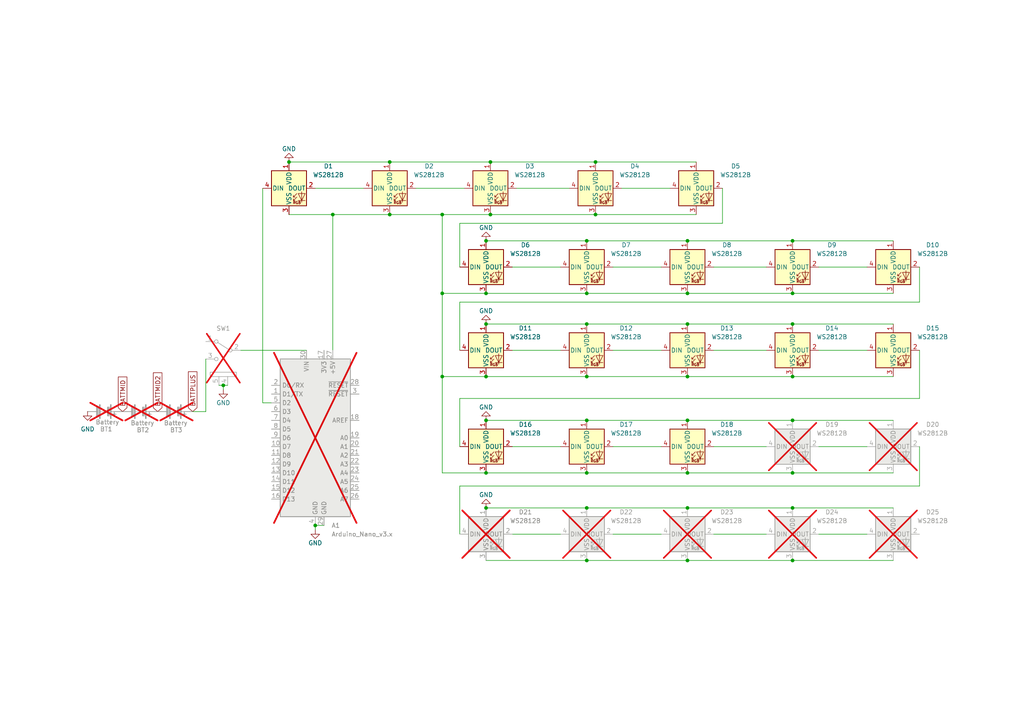
<source format=kicad_sch>
(kicad_sch (version 20250114) (generator "eeschema") (generator_version "9.0")
  (paper "A4")
  (lib_symbols
    (symbol "LED:WS2812B" (pin_names (offset 0.254))
      (property "Reference" "D" (at 5.08 5.715 0))
      (property "Value" "WS2812B" (at 1.27 -5.715 0))
      (symbol "WS2812B_0_0"
        (text "RGB" (at 2.286 -4.191 0) (effects (font (size 0.762 0.762))))
      )
      (symbol "WS2812B_0_1"
        (polyline (pts (xy 1.27 -2.54) (xy 1.778 -2.54)))
        (polyline (pts (xy 1.27 -3.556) (xy 1.778 -3.556)))
        (polyline (pts (xy 2.286 -1.524) (xy 1.27 -2.54) (xy 1.27 -2.032)))
        (polyline (pts (xy 2.286 -2.54) (xy 1.27 -3.556) (xy 1.27 -3.048)))
        (polyline (pts (xy 3.683 -1.016) (xy 3.683 -3.556) (xy 3.683 -4.064)))
        (polyline (pts (xy 4.699 -1.524) (xy 2.667 -1.524) (xy 3.683 -3.556) (xy 4.699 -1.524)))
        (polyline (pts (xy 4.699 -3.556) (xy 2.667 -3.556)))
        (rectangle (start 5.08 5.08) (end -5.08 -5.08) (stroke (width 0.254)) (fill (type background)))
      )
      (symbol "WS2812B_1_1"
        (pin input line (at -7.62 0 0) (length 2.54) (name "DIN") (number "4"))
        (pin power_in line (at 0 7.62 270) (length 2.54) (name "VDD") (number "1"))
        (pin power_in line (at 0 -7.62 90) (length 2.54) (name "VSS") (number "3"))
        (pin output line (at 7.62 0 180) (length 2.54) (name "DOUT") (number "2"))
      )
    )
    (symbol "MCU_Module:Arduino_Nano_v3.x"
      (property "Reference" "A" (at -10.16 23.495 0))
      (property "Value" "Arduino_Nano_v3.x" (at 5.08 -24.13 0))
      (symbol "Arduino_Nano_v3.x_0_1"
        (rectangle (start -10.16 22.86) (end 10.16 -22.86) (stroke (width 0.254)) (fill (type background)))
      )
      (symbol "Arduino_Nano_v3.x_1_1"
        (pin bidirectional line (at -12.7 15.24 0) (length 2.54) (name "D0/RX") (number "2"))
        (pin bidirectional line (at -12.7 12.7 0) (length 2.54) (name "D1/TX") (number "1"))
        (pin bidirectional line (at -12.7 10.16 0) (length 2.54) (name "D2") (number "5"))
        (pin bidirectional line (at -12.7 7.62 0) (length 2.54) (name "D3") (number "6"))
        (pin bidirectional line (at -12.7 5.08 0) (length 2.54) (name "D4") (number "7"))
        (pin bidirectional line (at -12.7 2.54 0) (length 2.54) (name "D5") (number "8"))
        (pin bidirectional line (at -12.7 0 0) (length 2.54) (name "D6") (number "9"))
        (pin bidirectional line (at -12.7 -2.54 0) (length 2.54) (name "D7") (number "10"))
        (pin bidirectional line (at -12.7 -5.08 0) (length 2.54) (name "D8") (number "11"))
        (pin bidirectional line (at -12.7 -7.62 0) (length 2.54) (name "D9") (number "12"))
        (pin bidirectional line (at -12.7 -10.16 0) (length 2.54) (name "D10") (number "13"))
        (pin bidirectional line (at -12.7 -12.7 0) (length 2.54) (name "D11") (number "14"))
        (pin bidirectional line (at -12.7 -15.24 0) (length 2.54) (name "D12") (number "15"))
        (pin bidirectional line (at -12.7 -17.78 0) (length 2.54) (name "D13") (number "16"))
        (pin power_in line (at -2.54 25.4 270) (length 2.54) (name "VIN") (number "30"))
        (pin power_in line (at 0 -25.4 90) (length 2.54) (name "GND") (number "4"))
        (pin power_out line (at 2.54 25.4 270) (length 2.54) (name "3V3") (number "17"))
        (pin power_in line (at 2.54 -25.4 90) (length 2.54) (name "GND") (number "29"))
        (pin power_out line (at 5.08 25.4 270) (length 2.54) (name "+5V") (number "27"))
        (pin input line (at 12.7 15.24 180) (length 2.54) (name "~{RESET}") (number "28"))
        (pin input line (at 12.7 12.7 180) (length 2.54) (name "~{RESET}") (number "3"))
        (pin input line (at 12.7 5.08 180) (length 2.54) (name "AREF") (number "18"))
        (pin bidirectional line (at 12.7 0 180) (length 2.54) (name "A0") (number "19"))
        (pin bidirectional line (at 12.7 -2.54 180) (length 2.54) (name "A1") (number "20"))
        (pin bidirectional line (at 12.7 -5.08 180) (length 2.54) (name "A2") (number "21"))
        (pin bidirectional line (at 12.7 -7.62 180) (length 2.54) (name "A3") (number "22"))
        (pin bidirectional line (at 12.7 -10.16 180) (length 2.54) (name "A4") (number "23"))
        (pin bidirectional line (at 12.7 -12.7 180) (length 2.54) (name "A5") (number "24"))
        (pin bidirectional line (at 12.7 -15.24 180) (length 2.54) (name "A6") (number "25"))
        (pin bidirectional line (at 12.7 -17.78 180) (length 2.54) (name "A7") (number "26"))
      )
    )
    (symbol "Swadge_Parts:Battery" (pin_numbers (hide yes)) (pin_names (offset 0) (hide yes))
      (property "Reference" "BT" (at 2.54 2.54 0))
      (property "Value" "Battery" (at 2.54 0 0))
      (symbol "Battery_0_1"
        (rectangle (start -2.032 1.778) (end 2.032 1.524) (fill (type outline)))
        (rectangle (start -2.032 -1.397) (end 2.032 -1.651) (fill (type outline)))
        (rectangle (start -1.3208 1.1938) (end 1.27 0.6858) (fill (type outline)))
        (rectangle (start -1.3208 -1.9812) (end 1.27 -2.4892) (fill (type outline)))
        (polyline (pts (xy 0 1.778) (xy 0 2.54)))
        (polyline (pts (xy 0 0.508) (xy 0 0.762)))
        (polyline (pts (xy 0 0) (xy 0 0.254)))
        (polyline (pts (xy 0 -0.508) (xy 0 -0.254)))
        (polyline (pts (xy 0 -1.016) (xy 0 -0.762)))
        (polyline (pts (xy 0 -1.524) (xy 0 -1.27)))
        (polyline (pts (xy 0.254 2.667) (xy 1.27 2.667)) (stroke (width 0.254)))
        (polyline (pts (xy 0.762 3.175) (xy 0.762 2.159)) (stroke (width 0.254)))
      )
      (symbol "Battery_1_1"
        (pin passive line (at 0 5.08 270) (length 2.54) (name "+") (number "1"))
        (pin passive line (at 0 -5.08 90) (length 2.54) (name "-") (number "2"))
      )
    )
    (symbol "Swadge_Parts:GND" (power) (pin_names (offset 0))
      (property "Value" "GND" (at 0 -3.81 0))
      (symbol "GND_0_1"
        (polyline (pts (xy 0 0) (xy 0 -1.27) (xy 1.27 -1.27) (xy 0 -2.54) (xy -1.27 -1.27) (xy 0 -1.27)))
      )
      (symbol "GND_1_1"
        (pin power_in line (at 0 0 270) (length 0) (hide yes) (name "GND") (number "1"))
      )
    )
    (symbol "Swadge_Parts:SW_SPDT_1825232-1" (pin_names (offset 0) (hide yes))
      (property "Reference" "SW" (at 0 6.35 0))
      (property "Value" "SW_SPDT_1825232-1" (at 0 3.81 0))
      (symbol "SW_SPDT_1825232-1_0_0"
        (circle (center -2.032 0) (radius 0.508))
        (circle (center 2.032 -2.54) (radius 0.508))
      )
      (symbol "SW_SPDT_1825232-1_0_1"
        (rectangle (start -3.81 -7.62) (end 3.81 -6.35))
        (polyline (pts (xy -1.524 0.254) (xy 1.651 2.286)))
        (circle (center 2.032 2.54) (radius 0.508))
      )
      (symbol "SW_SPDT_1825232-1_1_1"
        (pin passive line (at -5.08 0 0) (length 2.54) (name "B") (number "2"))
        (pin input line (at -1.27 -10.16 90) (length 2.54) (name "D") (number "4"))
        (pin input line (at 1.27 -10.16 90) (length 2.54) (name "E") (number "5"))
        (pin passive line (at 5.08 2.54 180) (length 2.54) (name "A") (number "1"))
        (pin passive line (at 5.08 -2.54 180) (length 2.54) (name "C") (number "3"))
      )
    )
    (symbol "power:GND" (power) (pin_numbers (hide yes)) (pin_names (offset 0) (hide yes))
      (property "Value" "GND" (at 0 -3.81 0))
      (symbol "GND_0_1"
        (polyline (pts (xy 0 0) (xy 0 -1.27) (xy 1.27 -1.27) (xy 0 -2.54) (xy -1.27 -1.27) (xy 0 -1.27)))
      )
      (symbol "GND_1_1"
        (pin power_in line (at 0 0 270) (length 0) (name "~") (number "1"))
      )
    )
  )
  (junction (at 140.97 69.85))
  (junction (at 172.72 62.23))
  (junction (at 128.27 109.22))
  (junction (at 229.87 147.32))
  (junction (at 199.39 137.16))
  (junction (at 140.97 109.22))
  (junction (at 172.72 46.99))
  (junction (at 140.97 121.92))
  (junction (at 170.18 162.56))
  (junction (at 229.87 109.22))
  (junction (at 199.39 121.92))
  (junction (at 229.87 69.85))
  (junction (at 229.87 121.92))
  (junction (at 91.44 152.4))
  (junction (at 140.97 147.32))
  (junction (at 128.27 62.23))
  (junction (at 229.87 85.09))
  (junction (at 199.39 93.98))
  (junction (at 128.27 85.09))
  (junction (at 83.82 46.99))
  (junction (at 142.24 46.99))
  (junction (at 229.87 137.16))
  (junction (at 170.18 109.22))
  (junction (at 113.03 62.23))
  (junction (at 170.18 147.32))
  (junction (at 199.39 85.09))
  (junction (at 170.18 93.98))
  (junction (at 170.18 69.85))
  (junction (at 140.97 85.09))
  (junction (at 113.03 46.99))
  (junction (at 142.24 62.23))
  (junction (at 229.87 93.98))
  (junction (at 170.18 137.16))
  (junction (at 64.77 111.76))
  (junction (at 199.39 162.56))
  (junction (at 199.39 147.32))
  (junction (at 199.39 69.85))
  (junction (at 170.18 121.92))
  (junction (at 170.18 85.09))
  (junction (at 140.97 93.98))
  (junction (at 96.52 62.23))
  (junction (at 140.97 137.16))
  (junction (at 229.87 162.56))
  (junction (at 199.39 109.22))
  (wire (pts (xy 199.39 109.22) (xy 229.87 109.22)))
  (wire (pts (xy 64.77 111.76) (xy 64.77 113.03)))
  (wire (pts (xy 170.18 147.32) (xy 199.39 147.32)))
  (wire (pts (xy 199.39 162.56) (xy 229.87 162.56)))
  (wire (pts (xy 96.52 62.23) (xy 113.03 62.23)))
  (wire (pts (xy 140.97 147.32) (xy 170.18 147.32)))
  (wire (pts (xy 133.35 64.77) (xy 133.35 77.47)))
  (wire (pts (xy 128.27 62.23) (xy 142.24 62.23)))
  (wire (pts (xy 140.97 121.92) (xy 170.18 121.92)))
  (wire (pts (xy 229.87 121.92) (xy 259.08 121.92)))
  (wire (pts (xy 170.18 109.22) (xy 199.39 109.22)))
  (wire (pts (xy 170.18 69.85) (xy 199.39 69.85)))
  (wire (pts (xy 59.69 119.38) (xy 55.88 119.38)))
  (wire (pts (xy 133.35 87.63) (xy 133.35 101.6)))
  (wire (pts (xy 76.2 116.84) (xy 78.74 116.84)))
  (wire (pts (xy 140.97 85.09) (xy 170.18 85.09)))
  (wire (pts (xy 170.18 121.92) (xy 199.39 121.92)))
  (wire (pts (xy 96.52 62.23) (xy 83.82 62.23)))
  (wire (pts (xy 199.39 137.16) (xy 229.87 137.16)))
  (wire (pts (xy 266.7 140.97) (xy 133.35 140.97)))
  (wire (pts (xy 128.27 137.16) (xy 140.97 137.16)))
  (wire (pts (xy 207.01 77.47) (xy 222.25 77.47)))
  (wire (pts (xy 177.8 154.94) (xy 191.77 154.94)))
  (wire (pts (xy 113.03 46.99) (xy 142.24 46.99)))
  (wire (pts (xy 148.59 101.6) (xy 162.56 101.6)))
  (wire (pts (xy 140.97 109.22) (xy 128.27 109.22)))
  (wire (pts (xy 149.86 54.61) (xy 165.1 54.61)))
  (wire (pts (xy 199.39 69.85) (xy 229.87 69.85)))
  (wire (pts (xy 63.5 111.76) (xy 64.77 111.76)))
  (wire (pts (xy 229.87 93.98) (xy 259.08 93.98)))
  (wire (pts (xy 148.59 154.94) (xy 162.56 154.94)))
  (wire (pts (xy 229.87 85.09) (xy 259.08 85.09)))
  (wire (pts (xy 177.8 77.47) (xy 191.77 77.47)))
  (wire (pts (xy 128.27 85.09) (xy 140.97 85.09)))
  (wire (pts (xy 237.49 154.94) (xy 251.46 154.94)))
  (wire (pts (xy 128.27 109.22) (xy 128.27 137.16)))
  (wire (pts (xy 172.72 62.23) (xy 201.93 62.23)))
  (wire (pts (xy 83.82 46.99) (xy 113.03 46.99)))
  (wire (pts (xy 59.69 104.14) (xy 59.69 119.38)))
  (wire (pts (xy 199.39 147.32) (xy 229.87 147.32)))
  (wire (pts (xy 237.49 77.47) (xy 251.46 77.47)))
  (wire (pts (xy 128.27 85.09) (xy 128.27 62.23)))
  (wire (pts (xy 140.97 162.56) (xy 170.18 162.56)))
  (wire (pts (xy 64.77 111.76) (xy 66.04 111.76)))
  (wire (pts (xy 229.87 147.32) (xy 259.08 147.32)))
  (wire (pts (xy 170.18 162.56) (xy 199.39 162.56)))
  (wire (pts (xy 266.7 101.6) (xy 266.7 115.57)))
  (wire (pts (xy 133.35 115.57) (xy 133.35 129.54)))
  (wire (pts (xy 229.87 137.16) (xy 259.08 137.16)))
  (wire (pts (xy 120.65 54.61) (xy 134.62 54.61)))
  (wire (pts (xy 170.18 93.98) (xy 199.39 93.98)))
  (wire (pts (xy 266.7 77.47) (xy 266.7 87.63)))
  (wire (pts (xy 91.44 152.4) (xy 91.44 153.67)))
  (wire (pts (xy 207.01 154.94) (xy 222.25 154.94)))
  (wire (pts (xy 140.97 109.22) (xy 170.18 109.22)))
  (wire (pts (xy 177.8 129.54) (xy 191.77 129.54)))
  (wire (pts (xy 237.49 101.6) (xy 251.46 101.6)))
  (wire (pts (xy 229.87 162.56) (xy 259.08 162.56)))
  (wire (pts (xy 266.7 87.63) (xy 133.35 87.63)))
  (wire (pts (xy 199.39 121.92) (xy 229.87 121.92)))
  (wire (pts (xy 266.7 115.57) (xy 133.35 115.57)))
  (wire (pts (xy 199.39 93.98) (xy 229.87 93.98)))
  (wire (pts (xy 229.87 109.22) (xy 259.08 109.22)))
  (wire (pts (xy 209.55 54.61) (xy 209.55 64.77)))
  (wire (pts (xy 266.7 129.54) (xy 266.7 140.97)))
  (wire (pts (xy 91.44 54.61) (xy 105.41 54.61)))
  (wire (pts (xy 170.18 85.09) (xy 199.39 85.09)))
  (wire (pts (xy 237.49 129.54) (xy 251.46 129.54)))
  (wire (pts (xy 142.24 46.99) (xy 172.72 46.99)))
  (wire (pts (xy 180.34 54.61) (xy 194.31 54.61)))
  (wire (pts (xy 113.03 62.23) (xy 128.27 62.23)))
  (wire (pts (xy 207.01 101.6) (xy 222.25 101.6)))
  (wire (pts (xy 209.55 64.77) (xy 133.35 64.77)))
  (wire (pts (xy 229.87 69.85) (xy 259.08 69.85)))
  (wire (pts (xy 172.72 46.99) (xy 201.93 46.99)))
  (wire (pts (xy 140.97 137.16) (xy 170.18 137.16)))
  (wire (pts (xy 69.85 101.6) (xy 88.9 101.6)))
  (wire (pts (xy 133.35 140.97) (xy 133.35 154.94)))
  (wire (pts (xy 96.52 101.6) (xy 96.52 62.23)))
  (wire (pts (xy 128.27 109.22) (xy 128.27 85.09)))
  (wire (pts (xy 199.39 85.09) (xy 229.87 85.09)))
  (wire (pts (xy 148.59 77.47) (xy 162.56 77.47)))
  (wire (pts (xy 170.18 137.16) (xy 199.39 137.16)))
  (wire (pts (xy 142.24 62.23) (xy 172.72 62.23)))
  (wire (pts (xy 177.8 101.6) (xy 191.77 101.6)))
  (wire (pts (xy 207.01 129.54) (xy 222.25 129.54)))
  (wire (pts (xy 91.44 152.4) (xy 93.98 152.4)))
  (wire (pts (xy 148.59 129.54) (xy 162.56 129.54)))
  (wire (pts (xy 76.2 54.61) (xy 76.2 116.84)))
  (wire (pts (xy 140.97 93.98) (xy 170.18 93.98)))
  (wire (pts (xy 140.97 69.85) (xy 170.18 69.85)))
  (global_label "BATTMID2" (shape input) (at 45.72 119.38 90) (property "Intersheetrefs" "${INTERSHEET_REFS}" (effects (hide yes))))
  (global_label "BATTMID" (shape input) (at 35.56 119.38 90) (property "Intersheetrefs" "${INTERSHEET_REFS}" (effects (hide yes))))
  (global_label "BATTPLUS" (shape input) (at 55.88 119.38 90) (property "Intersheetrefs" "${INTERSHEET_REFS}" (effects (hide yes))))
  (symbol (lib_id "LED:WS2812B") (at 199.39 77.47 0) (unit 1)
    (property "Reference" "D8" (at 210.82 71.0498 0))
    (property "Value" "WS2812B" (at 210.82 73.5898 0))
    (property "Footprint" "LED_SMD:LED_WS2812B_PLCC4_5.0x5.0mm_P3.2mm" (effects (hide yes)))
    (property "Datasheet" "https://cdn-shop.adafruit.com/datasheets/WS2812B.pdf" (effects (hide yes)))
    (property "Description" "RGB LED with integrated controller" (effects (hide yes)))
  )
  (symbol (lib_id "power:GND") (at 25.4 119.38 0) (unit 1)
    (property "Reference" "#PWR01" (effects (hide yes)))
    (property "Value" "GND" (at 25.4 124.46 0))
    (property "Description" "Power symbol creates a global label with name \"GND\" , ground" (effects (hide yes)))
  )
  (symbol (lib_id "LED:WS2812B") (at 259.08 154.94 0) (unit 1) (in_bom no) (dnp yes)
    (property "Reference" "D25" (at 270.51 148.5198 0))
    (property "Value" "WS2812B" (at 270.51 151.0598 0))
    (property "Footprint" "LED_SMD:LED_WS2812B_PLCC4_5.0x5.0mm_P3.2mm" (effects (hide yes)))
    (property "Datasheet" "https://cdn-shop.adafruit.com/datasheets/WS2812B.pdf" (effects (hide yes)))
    (property "Description" "RGB LED with integrated controller" (effects (hide yes)))
  )
  (symbol (lib_id "LED:WS2812B") (at 229.87 154.94 0) (unit 1) (in_bom no) (dnp yes)
    (property "Reference" "D24" (at 241.3 148.5198 0))
    (property "Value" "WS2812B" (at 241.3 151.0598 0))
    (property "Footprint" "LED_SMD:LED_WS2812B_PLCC4_5.0x5.0mm_P3.2mm" (effects (hide yes)))
    (property "Datasheet" "https://cdn-shop.adafruit.com/datasheets/WS2812B.pdf" (effects (hide yes)))
    (property "Description" "RGB LED with integrated controller" (effects (hide yes)))
  )
  (symbol (lib_id "LED:WS2812B") (at 140.97 101.6 0) (unit 1)
    (property "Reference" "D11" (at 152.4 95.1798 0))
    (property "Value" "WS2812B" (at 152.4 97.7198 0))
    (property "Footprint" "LED_SMD:LED_WS2812B_PLCC4_5.0x5.0mm_P3.2mm" (effects (hide yes)))
    (property "Datasheet" "https://cdn-shop.adafruit.com/datasheets/WS2812B.pdf" (effects (hide yes)))
    (property "Description" "RGB LED with integrated controller" (effects (hide yes)))
  )
  (symbol (lib_id "LED:WS2812B") (at 113.03 54.61 0) (unit 1)
    (property "Reference" "D2" (at 124.46 48.1898 0))
    (property "Value" "WS2812B" (at 124.46 50.7298 0))
    (property "Footprint" "LED_SMD:LED_WS2812B_PLCC4_5.0x5.0mm_P3.2mm" (effects (hide yes)))
    (property "Datasheet" "https://cdn-shop.adafruit.com/datasheets/WS2812B.pdf" (effects (hide yes)))
    (property "Description" "RGB LED with integrated controller" (effects (hide yes)))
  )
  (symbol (lib_id "LED:WS2812B") (at 140.97 154.94 0) (unit 1) (in_bom no) (dnp yes)
    (property "Reference" "D21" (at 152.4 148.5198 0))
    (property "Value" "WS2812B" (at 152.4 151.0598 0))
    (property "Footprint" "LED_SMD:LED_WS2812B_PLCC4_5.0x5.0mm_P3.2mm" (effects (hide yes)))
    (property "Datasheet" "https://cdn-shop.adafruit.com/datasheets/WS2812B.pdf" (effects (hide yes)))
    (property "Description" "RGB LED with integrated controller" (effects (hide yes)))
  )
  (symbol (lib_id "LED:WS2812B") (at 199.39 101.6 0) (unit 1)
    (property "Reference" "D13" (at 210.82 95.1798 0))
    (property "Value" "WS2812B" (at 210.82 97.7198 0))
    (property "Footprint" "LED_SMD:LED_WS2812B_PLCC4_5.0x5.0mm_P3.2mm" (effects (hide yes)))
    (property "Datasheet" "https://cdn-shop.adafruit.com/datasheets/WS2812B.pdf" (effects (hide yes)))
    (property "Description" "RGB LED with integrated controller" (effects (hide yes)))
  )
  (symbol (lib_id "LED:WS2812B") (at 170.18 129.54 0) (unit 1)
    (property "Reference" "D17" (at 181.61 123.1198 0))
    (property "Value" "WS2812B" (at 181.61 125.6598 0))
    (property "Footprint" "LED_SMD:LED_WS2812B_PLCC4_5.0x5.0mm_P3.2mm" (effects (hide yes)))
    (property "Datasheet" "https://cdn-shop.adafruit.com/datasheets/WS2812B.pdf" (effects (hide yes)))
    (property "Description" "RGB LED with integrated controller" (effects (hide yes)))
  )
  (symbol (lib_id "Swadge_Parts:GND") (at 140.97 121.92 180) (unit 1)
    (property "Reference" "#PWR034" (effects (hide yes)))
    (property "Value" "GND" (at 140.97 118.11 0))
    (property "Description" "Power symbol creates a global label with name \"GND\" , ground" (effects (hide yes)))
  )
  (symbol (lib_id "Swadge_Parts:Battery") (at 50.8 119.38 270) (unit 1) (in_bom no) (on_board no) (dnp yes)
    (property "Reference" "BT3" (at 49.276 124.714 90) (effects (justify left)))
    (property "Value" "Battery" (at 47.498 122.682 90) (effects (justify left)))
    (property "Footprint" "Swadge_Parts:2460" (effects (hide yes)))
    (property "Datasheet" "https://www.keyelco.com/userAssets/file/M65p28.pdf" (effects (hide yes)))
    (property "Description" "BATT HOLDER AA 1 CELL PC PIN" (effects (hide yes)))
    (property "Digikey" "36-2460-ND" (effects (hide yes)))
    (property "Cost100" "116" (effects (hide yes)))
    (property "Substitutable" "Y" (effects (hide yes)))
    (property "Notes" "Use through-hole AA Battery Holder in Style of Keystone 2460. Two fins hold batteries, not four fins." (effects (hide yes)))
    (property "Cost @ 2.5k" "0.11" (effects (hide yes)))
  )
  (symbol (lib_id "LED:WS2812B") (at 172.72 54.61 0) (unit 1)
    (property "Reference" "D4" (at 184.15 48.1898 0))
    (property "Value" "WS2812B" (at 184.15 50.7298 0))
    (property "Footprint" "LED_SMD:LED_WS2812B_PLCC4_5.0x5.0mm_P3.2mm" (effects (hide yes)))
    (property "Datasheet" "https://cdn-shop.adafruit.com/datasheets/WS2812B.pdf" (effects (hide yes)))
    (property "Description" "RGB LED with integrated controller" (effects (hide yes)))
  )
  (symbol (lib_id "LED:WS2812B") (at 201.93 54.61 0) (unit 1)
    (property "Reference" "D5" (at 213.36 48.1898 0))
    (property "Value" "WS2812B" (at 213.36 50.7298 0))
    (property "Footprint" "LED_SMD:LED_WS2812B_PLCC4_5.0x5.0mm_P3.2mm" (effects (hide yes)))
    (property "Datasheet" "https://cdn-shop.adafruit.com/datasheets/WS2812B.pdf" (effects (hide yes)))
    (property "Description" "RGB LED with integrated controller" (effects (hide yes)))
  )
  (symbol (lib_id "LED:WS2812B") (at 170.18 154.94 0) (unit 1) (in_bom no) (dnp yes)
    (property "Reference" "D22" (at 181.61 148.5198 0))
    (property "Value" "WS2812B" (at 181.61 151.0598 0))
    (property "Footprint" "LED_SMD:LED_WS2812B_PLCC4_5.0x5.0mm_P3.2mm" (effects (hide yes)))
    (property "Datasheet" "https://cdn-shop.adafruit.com/datasheets/WS2812B.pdf" (effects (hide yes)))
    (property "Description" "RGB LED with integrated controller" (effects (hide yes)))
  )
  (symbol (lib_id "Swadge_Parts:GND") (at 91.44 153.67 0) (unit 1)
    (property "Reference" "#PWR036" (effects (hide yes)))
    (property "Value" "GND" (at 91.44 157.48 0))
    (property "Description" "Power symbol creates a global label with name \"GND\" , ground" (effects (hide yes)))
  )
  (symbol (lib_id "LED:WS2812B") (at 199.39 154.94 0) (unit 1) (in_bom no) (dnp yes)
    (property "Reference" "D23" (at 210.82 148.5198 0))
    (property "Value" "WS2812B" (at 210.82 151.0598 0))
    (property "Footprint" "LED_SMD:LED_WS2812B_PLCC4_5.0x5.0mm_P3.2mm" (effects (hide yes)))
    (property "Datasheet" "https://cdn-shop.adafruit.com/datasheets/WS2812B.pdf" (effects (hide yes)))
    (property "Description" "RGB LED with integrated controller" (effects (hide yes)))
  )
  (symbol (lib_id "LED:WS2812B") (at 259.08 77.47 0) (unit 1)
    (property "Reference" "D10" (at 270.51 71.0498 0))
    (property "Value" "WS2812B" (at 270.51 73.5898 0))
    (property "Footprint" "LED_SMD:LED_WS2812B_PLCC4_5.0x5.0mm_P3.2mm" (effects (hide yes)))
    (property "Datasheet" "https://cdn-shop.adafruit.com/datasheets/WS2812B.pdf" (effects (hide yes)))
    (property "Description" "RGB LED with integrated controller" (effects (hide yes)))
  )
  (symbol (lib_id "Swadge_Parts:GND") (at 64.77 113.03 0) (unit 1)
    (property "Reference" "#PWR030" (effects (hide yes)))
    (property "Value" "GND" (at 64.77 116.84 0))
    (property "Description" "Power symbol creates a global label with name \"GND\" , ground" (effects (hide yes)))
  )
  (symbol (lib_id "Swadge_Parts:Battery") (at 30.48 119.38 270) (unit 1) (in_bom no) (on_board no) (dnp yes)
    (property "Reference" "BT1" (at 28.956 124.46 90) (effects (justify left)))
    (property "Value" "Battery" (at 27.686 122.428 90) (effects (justify left)))
    (property "Footprint" "Swadge_Parts:2460" (effects (hide yes)))
    (property "Datasheet" "https://www.keyelco.com/userAssets/file/M65p28.pdf" (effects (hide yes)))
    (property "Description" "BATT HOLDER AA 1 CELL PC PIN" (effects (hide yes)))
    (property "Digikey" "36-2460-ND" (effects (hide yes)))
    (property "Cost100" "116" (effects (hide yes)))
    (property "Substitutable" "Y" (effects (hide yes)))
    (property "Notes" "Use through-hole AA Battery Holder in Style of Keystone 2460. Two fins hold batteries, not four fins." (effects (hide yes)))
    (property "Cost @ 2.5k" "0.11" (effects (hide yes)))
  )
  (symbol (lib_id "LED:WS2812B") (at 140.97 77.47 0) (unit 1)
    (property "Reference" "D6" (at 152.4 71.0498 0))
    (property "Value" "WS2812B" (at 152.4 73.5898 0))
    (property "Footprint" "LED_SMD:LED_WS2812B_PLCC4_5.0x5.0mm_P3.2mm" (effects (hide yes)))
    (property "Datasheet" "https://cdn-shop.adafruit.com/datasheets/WS2812B.pdf" (effects (hide yes)))
    (property "Description" "RGB LED with integrated controller" (effects (hide yes)))
  )
  (symbol (lib_id "Swadge_Parts:SW_SPDT_1825232-1") (at 64.77 101.6 0) (mirror y) (unit 1) (exclude_from_sim yes) (in_bom no) (on_board no) (dnp yes)
    (property "Reference" "SW1" (at 64.77 95.25 0))
    (property "Value" "SW_SPDT_1825232-1" (effects (hide yes)))
    (property "Footprint" "Swadge_Parts:1825232-1" (effects (hide yes)))
    (property "Datasheet" "https://datasheet.lcsc.com/lcsc/1912111437_SHOU-HAN-SK12D07VG4_C393937.pdf" (effects (hide yes)))
    (property "Description" "Slide Switch SPDT Through Hole, Right Angle" (effects (hide yes)))
    (property "Digikey" "A107673-ND" (effects (hide yes)))
    (property "Cost100" "45" (effects (hide yes)))
    (property "Substitutable" "Y" (effects (hide yes)))
    (property "Notes" "Use SPDT slide switch. Similar to 1825232-1" (effects (hide yes)))
    (property "LCSC" "C393937" (effects (hide yes)))
    (property "Cost @ 2.5k" "0.0123" (effects (hide yes)))
  )
  (symbol (lib_id "MCU_Module:Arduino_Nano_v3.x") (at 91.44 127 0) (unit 1) (exclude_from_sim yes) (in_bom no) (on_board no) (dnp yes)
    (property "Reference" "A1" (at 96.1233 152.4 0) (effects (justify left)))
    (property "Value" "Arduino_Nano_v3.x" (at 96.1233 154.94 0) (effects (justify left)))
    (property "Footprint" "Module:Arduino_Nano" (effects (hide yes)))
    (property "Datasheet" "http://www.mouser.com/pdfdocs/Gravitech_Arduino_Nano3_0.pdf" (effects (hide yes)))
    (property "Description" "Arduino Nano v3.x" (effects (hide yes)))
  )
  (symbol (lib_id "LED:WS2812B") (at 170.18 101.6 0) (unit 1)
    (property "Reference" "D12" (at 181.61 95.1798 0))
    (property "Value" "WS2812B" (at 181.61 97.7198 0))
    (property "Footprint" "LED_SMD:LED_WS2812B_PLCC4_5.0x5.0mm_P3.2mm" (effects (hide yes)))
    (property "Datasheet" "https://cdn-shop.adafruit.com/datasheets/WS2812B.pdf" (effects (hide yes)))
    (property "Description" "RGB LED with integrated controller" (effects (hide yes)))
  )
  (symbol (lib_id "LED:WS2812B") (at 199.39 129.54 0) (unit 1)
    (property "Reference" "D18" (at 210.82 123.1198 0))
    (property "Value" "WS2812B" (at 210.82 125.6598 0))
    (property "Footprint" "LED_SMD:LED_WS2812B_PLCC4_5.0x5.0mm_P3.2mm" (effects (hide yes)))
    (property "Datasheet" "https://cdn-shop.adafruit.com/datasheets/WS2812B.pdf" (effects (hide yes)))
    (property "Description" "RGB LED with integrated controller" (effects (hide yes)))
  )
  (symbol (lib_id "LED:WS2812B") (at 140.97 129.54 0) (unit 1)
    (property "Reference" "D16" (at 152.4 123.1198 0))
    (property "Value" "WS2812B" (at 152.4 125.6598 0))
    (property "Footprint" "LED_SMD:LED_WS2812B_PLCC4_5.0x5.0mm_P3.2mm" (effects (hide yes)))
    (property "Datasheet" "https://cdn-shop.adafruit.com/datasheets/WS2812B.pdf" (effects (hide yes)))
    (property "Description" "RGB LED with integrated controller" (effects (hide yes)))
  )
  (symbol (lib_id "Swadge_Parts:GND") (at 140.97 93.98 180) (unit 1)
    (property "Reference" "#PWR033" (effects (hide yes)))
    (property "Value" "GND" (at 140.97 90.17 0))
    (property "Description" "Power symbol creates a global label with name \"GND\" , ground" (effects (hide yes)))
  )
  (symbol (lib_id "LED:WS2812B") (at 170.18 77.47 0) (unit 1)
    (property "Reference" "D7" (at 181.61 71.0498 0))
    (property "Value" "WS2812B" (at 181.61 73.5898 0))
    (property "Footprint" "LED_SMD:LED_WS2812B_PLCC4_5.0x5.0mm_P3.2mm" (effects (hide yes)))
    (property "Datasheet" "https://cdn-shop.adafruit.com/datasheets/WS2812B.pdf" (effects (hide yes)))
    (property "Description" "RGB LED with integrated controller" (effects (hide yes)))
  )
  (symbol (lib_id "LED:WS2812B") (at 83.82 54.61 0) (unit 1)
    (property "Reference" "D1" (at 95.25 48.1898 0))
    (property "Value" "WS2812B" (at 95.25 50.7298 0))
    (property "Footprint" "LED_SMD:LED_WS2812B_PLCC4_5.0x5.0mm_P3.2mm" (effects (hide yes)))
    (property "Datasheet" "https://cdn-shop.adafruit.com/datasheets/WS2812B.pdf" (effects (hide yes)))
    (property "Description" "RGB LED with integrated controller" (effects (hide yes)))
  )
  (symbol (lib_id "LED:WS2812B") (at 142.24 54.61 0) (unit 1)
    (property "Reference" "D3" (at 153.67 48.1898 0))
    (property "Value" "WS2812B" (at 153.67 50.7298 0))
    (property "Footprint" "LED_SMD:LED_WS2812B_PLCC4_5.0x5.0mm_P3.2mm" (effects (hide yes)))
    (property "Datasheet" "https://cdn-shop.adafruit.com/datasheets/WS2812B.pdf" (effects (hide yes)))
    (property "Description" "RGB LED with integrated controller" (effects (hide yes)))
  )
  (symbol (lib_id "Swadge_Parts:Battery") (at 40.64 119.38 270) (unit 1) (in_bom no) (on_board no) (dnp yes)
    (property "Reference" "BT2" (at 39.624 124.714 90) (effects (justify left)))
    (property "Value" "Battery" (at 37.846 122.682 90) (effects (justify left)))
    (property "Footprint" "Swadge_Parts:2460" (effects (hide yes)))
    (property "Datasheet" "https://www.keyelco.com/userAssets/file/M65p28.pdf" (effects (hide yes)))
    (property "Description" "BATT HOLDER AA 1 CELL PC PIN" (effects (hide yes)))
    (property "Digikey" "36-2460-ND" (effects (hide yes)))
    (property "Cost100" "116" (effects (hide yes)))
    (property "Substitutable" "Y" (effects (hide yes)))
    (property "Notes" "Use through-hole AA Battery Holder in Style of Keystone 2460. Two fins hold batteries, not four fins." (effects (hide yes)))
    (property "Cost @ 2.5k" "0.11" (effects (hide yes)))
  )
  (symbol (lib_id "Swadge_Parts:GND") (at 140.97 147.32 180) (unit 1)
    (property "Reference" "#PWR035" (effects (hide yes)))
    (property "Value" "GND" (at 140.97 143.51 0))
    (property "Description" "Power symbol creates a global label with name \"GND\" , ground" (effects (hide yes)))
  )
  (symbol (lib_id "LED:WS2812B") (at 229.87 101.6 0) (unit 1)
    (property "Reference" "D14" (at 241.3 95.1798 0))
    (property "Value" "WS2812B" (at 241.3 97.7198 0))
    (property "Footprint" "LED_SMD:LED_WS2812B_PLCC4_5.0x5.0mm_P3.2mm" (effects (hide yes)))
    (property "Datasheet" "https://cdn-shop.adafruit.com/datasheets/WS2812B.pdf" (effects (hide yes)))
    (property "Description" "RGB LED with integrated controller" (effects (hide yes)))
  )
  (symbol (lib_id "Swadge_Parts:GND") (at 83.82 46.99 180) (unit 1)
    (property "Reference" "#PWR031" (effects (hide yes)))
    (property "Value" "GND" (at 83.82 43.18 0))
    (property "Description" "Power symbol creates a global label with name \"GND\" , ground" (effects (hide yes)))
  )
  (symbol (lib_id "LED:WS2812B") (at 259.08 101.6 0) (unit 1)
    (property "Reference" "D15" (at 270.51 95.1798 0))
    (property "Value" "WS2812B" (at 270.51 97.7198 0))
    (property "Footprint" "LED_SMD:LED_WS2812B_PLCC4_5.0x5.0mm_P3.2mm" (effects (hide yes)))
    (property "Datasheet" "https://cdn-shop.adafruit.com/datasheets/WS2812B.pdf" (effects (hide yes)))
    (property "Description" "RGB LED with integrated controller" (effects (hide yes)))
  )
  (symbol (lib_id "Swadge_Parts:GND") (at 140.97 69.85 180) (unit 1)
    (property "Reference" "#PWR032" (effects (hide yes)))
    (property "Value" "GND" (at 140.97 66.04 0))
    (property "Description" "Power symbol creates a global label with name \"GND\" , ground" (effects (hide yes)))
  )
  (symbol (lib_id "LED:WS2812B") (at 229.87 129.54 0) (unit 1) (in_bom no) (dnp yes)
    (property "Reference" "D19" (at 241.3 123.1198 0))
    (property "Value" "WS2812B" (at 241.3 125.6598 0))
    (property "Footprint" "LED_SMD:LED_WS2812B_PLCC4_5.0x5.0mm_P3.2mm" (effects (hide yes)))
    (property "Datasheet" "https://cdn-shop.adafruit.com/datasheets/WS2812B.pdf" (effects (hide yes)))
    (property "Description" "RGB LED with integrated controller" (effects (hide yes)))
  )
  (symbol (lib_id "LED:WS2812B") (at 259.08 129.54 0) (unit 1) (in_bom no) (dnp yes)
    (property "Reference" "D20" (at 270.51 123.1198 0))
    (property "Value" "WS2812B" (at 270.51 125.6598 0))
    (property "Footprint" "LED_SMD:LED_WS2812B_PLCC4_5.0x5.0mm_P3.2mm" (effects (hide yes)))
    (property "Datasheet" "https://cdn-shop.adafruit.com/datasheets/WS2812B.pdf" (effects (hide yes)))
    (property "Description" "RGB LED with integrated controller" (effects (hide yes)))
  )
  (symbol (lib_id "LED:WS2812B") (at 229.87 77.47 0) (unit 1)
    (property "Reference" "D9" (at 241.3 71.0498 0))
    (property "Value" "WS2812B" (at 241.3 73.5898 0))
    (property "Footprint" "LED_SMD:LED_WS2812B_PLCC4_5.0x5.0mm_P3.2mm" (effects (hide yes)))
    (property "Datasheet" "https://cdn-shop.adafruit.com/datasheets/WS2812B.pdf" (effects (hide yes)))
    (property "Description" "RGB LED with integrated controller" (effects (hide yes)))
  )
)
</source>
